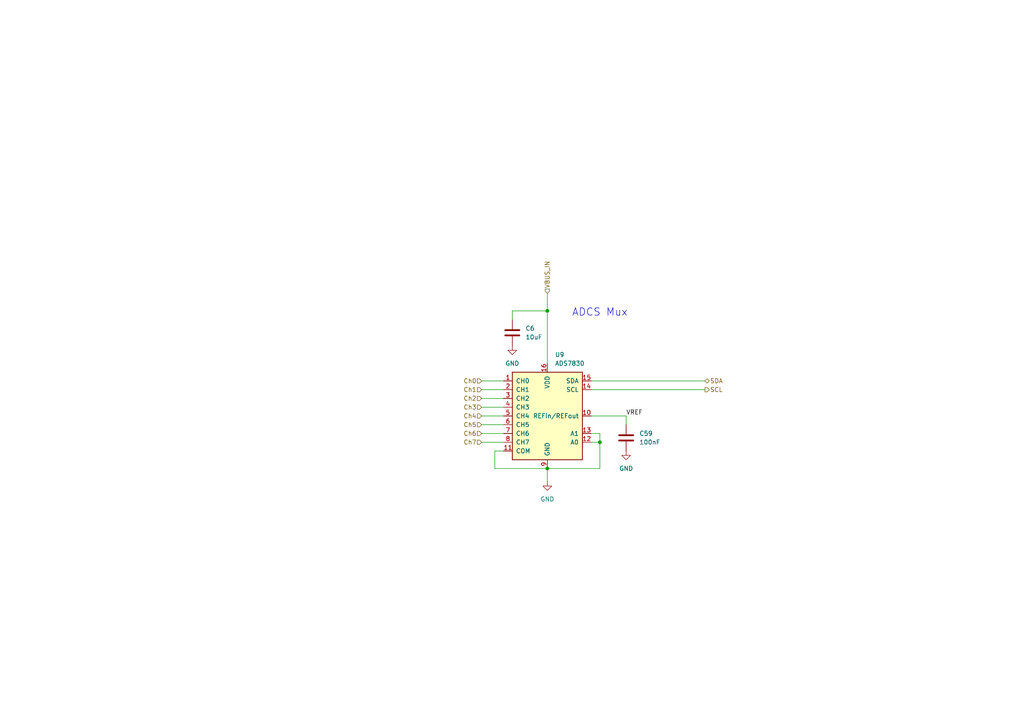
<source format=kicad_sch>
(kicad_sch (version 20250114) (generator "eeschema") (generator_version "9.0")
  (paper "A4")
  (title_block (title "ADCS Main Board") (date "2025-03-23") (rev "v1.2") (company "Stanford Student Space Initiative") (comment 1 "Sage Wu"))
  (lib_symbols
    (symbol "Analog_DAC:ADS7830" (pin_names (offset 1.016))
      (property "Reference" "U" (at -10.16 13.716 0))
      (property "Value" "ADS7830" (at 1.778 13.716 0))
      (symbol "ADS7830_0_1"
        (rectangle (start -10.16 12.7) (end 10.16 -12.7) (stroke (width 0.254)) (fill (type background)))
      )
      (symbol "ADS7830_1_1"
        (pin input line (at -12.7 10.16 0) (length 2.54) (name "CH0") (number "1"))
        (pin input line (at -12.7 7.62 0) (length 2.54) (name "CH1") (number "2"))
        (pin input line (at -12.7 5.08 0) (length 2.54) (name "CH2") (number "3"))
        (pin input line (at -12.7 2.54 0) (length 2.54) (name "CH3") (number "4"))
        (pin input line (at -12.7 0 0) (length 2.54) (name "CH4") (number "5"))
        (pin input line (at -12.7 -2.54 0) (length 2.54) (name "CH5") (number "6"))
        (pin input line (at -12.7 -5.08 0) (length 2.54) (name "CH6") (number "7"))
        (pin input line (at -12.7 -7.62 0) (length 2.54) (name "CH7") (number "8"))
        (pin input line (at -12.7 -10.16 0) (length 2.54) (name "COM") (number "11"))
        (pin power_in line (at 0 15.24 270) (length 2.54) (name "VDD") (number "16"))
        (pin power_in line (at 0 -15.24 90) (length 2.54) (name "GND") (number "9"))
        (pin bidirectional line (at 12.7 10.16 180) (length 2.54) (name "SDA") (number "15"))
        (pin input line (at 12.7 7.62 180) (length 2.54) (name "SCL") (number "14"))
        (pin bidirectional line (at 12.7 0 180) (length 2.54) (name "REFin/REFout") (number "10"))
        (pin input line (at 12.7 -5.08 180) (length 2.54) (name "A1") (number "13"))
        (pin input line (at 12.7 -7.62 180) (length 2.54) (name "A0") (number "12"))
      )
    )
    (symbol "Device:C" (pin_numbers (hide yes)) (pin_names (offset 0.254))
      (property "Reference" "C" (at 0.635 2.54 0))
      (property "Value" "C" (at 0.635 -2.54 0))
      (symbol "C_0_1"
        (polyline (pts (xy -2.032 0.762) (xy 2.032 0.762)) (stroke (width 0.508)))
        (polyline (pts (xy -2.032 -0.762) (xy 2.032 -0.762)) (stroke (width 0.508)))
      )
      (symbol "C_1_1"
        (pin passive line (at 0 3.81 270) (length 2.794) (name "~") (number "1"))
        (pin passive line (at 0 -3.81 90) (length 2.794) (name "~") (number "2"))
      )
    )
    (symbol "power:GND" (power) (pin_numbers (hide yes)) (pin_names (offset 0) (hide yes))
      (property "Value" "GND" (at 0 -3.81 0))
      (symbol "GND_0_1"
        (polyline (pts (xy 0 0) (xy 0 -1.27) (xy 1.27 -1.27) (xy 0 -2.54) (xy -1.27 -1.27) (xy 0 -1.27)))
      )
      (symbol "GND_1_1"
        (pin power_in line (at 0 0 270) (length 0) (name "~") (number "1"))
      )
    )
  )
  (text "ADCS Mux" (at 165.862 91.948 0) (effects (font (size 2.159 2.159)) (justify left bottom)))
  (junction (at 173.99 128.27))
  (junction (at 158.75 90.17))
  (junction (at 158.75 135.89))
  (wire (pts (xy 171.45 120.65) (xy 181.61 120.65)))
  (wire (pts (xy 139.7 125.73) (xy 146.05 125.73)))
  (wire (pts (xy 181.61 120.65) (xy 181.61 123.19)))
  (wire (pts (xy 171.45 110.49) (xy 204.47 110.49)))
  (wire (pts (xy 143.51 135.89) (xy 158.75 135.89)))
  (wire (pts (xy 148.59 92.71) (xy 148.59 90.17)))
  (wire (pts (xy 171.45 125.73) (xy 173.99 125.73)))
  (wire (pts (xy 143.51 130.81) (xy 143.51 135.89)))
  (wire (pts (xy 158.75 85.09) (xy 158.75 90.17)))
  (wire (pts (xy 171.45 128.27) (xy 173.99 128.27)))
  (wire (pts (xy 173.99 128.27) (xy 173.99 135.89)))
  (wire (pts (xy 139.7 110.49) (xy 146.05 110.49)))
  (wire (pts (xy 158.75 135.89) (xy 173.99 135.89)))
  (wire (pts (xy 139.7 113.03) (xy 146.05 113.03)))
  (wire (pts (xy 158.75 135.89) (xy 158.75 139.7)))
  (wire (pts (xy 158.75 90.17) (xy 158.75 105.41)))
  (wire (pts (xy 173.99 125.73) (xy 173.99 128.27)))
  (wire (pts (xy 139.7 123.19) (xy 146.05 123.19)))
  (wire (pts (xy 146.05 130.81) (xy 143.51 130.81)))
  (wire (pts (xy 148.59 90.17) (xy 158.75 90.17)))
  (wire (pts (xy 139.7 118.11) (xy 146.05 118.11)))
  (wire (pts (xy 139.7 115.57) (xy 146.05 115.57)))
  (wire (pts (xy 139.7 120.65) (xy 146.05 120.65)))
  (wire (pts (xy 171.45 113.03) (xy 204.47 113.03)))
  (wire (pts (xy 139.7 128.27) (xy 146.05 128.27)))
  (label "VREF" (at 181.61 120.65 0))
  (hierarchical_label "Ch1" (shape input) (at 139.7 113.03 180))
  (hierarchical_label "Ch7" (shape input) (at 139.7 128.27 180))
  (hierarchical_label "SDA" (shape bidirectional) (at 204.47 110.49 0))
  (hierarchical_label "Ch4" (shape input) (at 139.7 120.65 180))
  (hierarchical_label "Ch2" (shape input) (at 139.7 115.57 180))
  (hierarchical_label "Ch0" (shape input) (at 139.7 110.49 180))
  (hierarchical_label "Ch5" (shape input) (at 139.7 123.19 180))
  (hierarchical_label "Ch6" (shape input) (at 139.7 125.73 180))
  (hierarchical_label "SCL" (shape output) (at 204.47 113.03 0))
  (hierarchical_label "VBUS_IN" (shape input) (at 158.75 85.09 90))
  (hierarchical_label "Ch3" (shape input) (at 139.7 118.11 180))
  (symbol (lib_id "Analog_DAC:ADS7830") (at 158.75 120.65 0) (unit 1)
    (property "Reference" "U9" (at 160.9441 102.87 0) (effects (justify left)))
    (property "Value" "ADS7830" (at 160.9441 105.41 0) (effects (justify left)))
    (property "Footprint" "Package_SO:TSSOP-16_4.4x5mm_P0.65mm" (effects (hide yes)))
    (property "Datasheet" "http://www.ti.com/lit/ds/symlink/ads7830.pdf" (effects (hide yes)))
    (property "Description" "Single-supply, 8bit, 8 ch, SAR, 70kHz SR, 2.7 - 5 VDD, I2C, TSSOP-16" (effects (hide yes)))
    (instances (project "" (path "" (reference "U9") (unit 1)) (path "" (reference "U14") (unit 1))))
  )
  (symbol (lib_id "Device:C") (at 148.59 96.52 0) (unit 1)
    (property "Reference" "C6" (at 152.4 95.2499 0) (effects (justify left)))
    (property "Value" "10uF" (at 152.4 97.7899 0) (effects (justify left)))
    (property "Footprint" "Capacitor_SMD:C_0603_1608Metric" (effects (hide yes)))
    (property "Description" "Unpolarized capacitor" (effects (hide yes)))
    (instances (project "ADCS_board" (path "" (reference "C6") (unit 1)) (path "" (reference "C8") (unit 1))))
  )
  (symbol (lib_id "power:GND") (at 148.59 100.33 0) (unit 1)
    (property "Reference" "#PWR015" (effects (hide yes)))
    (property "Value" "GND" (at 148.59 105.41 0))
    (property "Description" "Power symbol creates a global label with name \"GND\" , ground" (effects (hide yes)))
    (instances (project "ADCS_board" (path "" (reference "#PWR015") (unit 1)) (path "" (reference "#PWR054") (unit 1))))
  )
  (symbol (lib_id "Device:C") (at 181.61 127 0) (unit 1)
    (property "Reference" "C59" (at 185.42 125.7299 0) (effects (justify left)))
    (property "Value" "100nF" (at 185.42 128.2699 0) (effects (justify left)))
    (property "Footprint" "Capacitor_SMD:C_0603_1608Metric" (effects (hide yes)))
    (property "Description" "Unpolarized capacitor" (effects (hide yes)))
    (instances (project "ADCS_board" (path "" (reference "C59") (unit 1)) (path "" (reference "C60") (unit 1))))
  )
  (symbol (lib_id "power:GND") (at 181.61 130.81 0) (unit 1)
    (property "Reference" "#PWR086" (effects (hide yes)))
    (property "Value" "GND" (at 181.61 135.89 0))
    (property "Description" "Power symbol creates a global label with name \"GND\" , ground" (effects (hide yes)))
    (instances (project "ADCS_board" (path "" (reference "#PWR086") (unit 1)) (path "" (reference "#PWR087") (unit 1))))
  )
  (symbol (lib_id "power:GND") (at 158.75 139.7 0) (unit 1)
    (property "Reference" "#PWR08" (effects (hide yes)))
    (property "Value" "GND" (at 158.75 144.78 0))
    (property "Description" "Power symbol creates a global label with name \"GND\" , ground" (effects (hide yes)))
    (instances (project "ADCS_board" (path "" (reference "#PWR08") (unit 1)) (path "" (reference "#PWR014") (unit 1))))
  )
)
</source>
